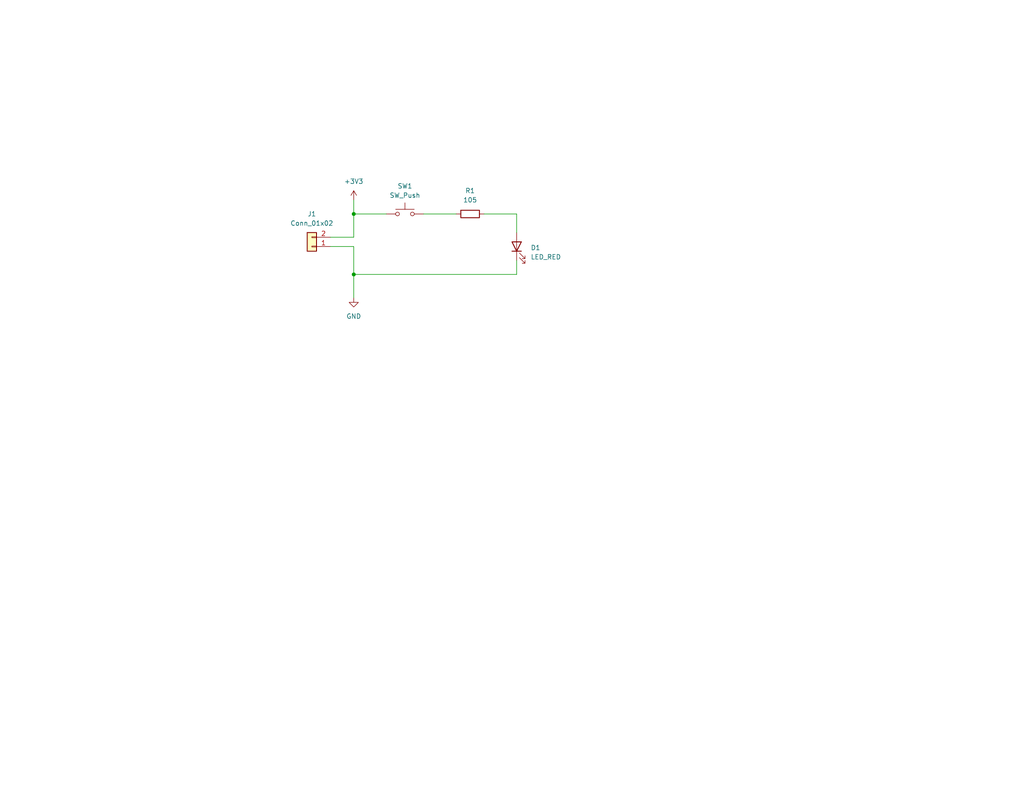
<source format=kicad_sch>
(kicad_sch (version 20230121) (generator eeschema)
  (paper "USLetter")
  (title_block (title "Prog1") (date "2022-08-16") (rev "0.0") (company "Illini Solar Car") (comment 1 "Designed By: Jack Chang"))
  (lib_symbols
    (symbol "Connector_Generic:Conn_01x02" (pin_names (offset 1.016) hide)
      (property "Reference" "J" (at 0 2.54 0))
      (property "Value" "Conn_01x02" (at 0 -5.08 0))
      (symbol "Conn_01x02_1_1"
        (rectangle (start -1.27 -2.413) (end 0 -2.667) (stroke (width 0.1524)))
        (rectangle (start -1.27 0.127) (end 0 -0.127) (stroke (width 0.1524)))
        (rectangle (start -1.27 1.27) (end 1.27 -3.81) (stroke (width 0.254)) (fill (type background)))
        (pin passive line (at -5.08 0 0) (length 3.81) (name "Pin_1") (number "1"))
        (pin passive line (at -5.08 -2.54 0) (length 3.81) (name "Pin_2") (number "2"))
      )
    )
    (symbol "Device:LED" (pin_numbers hide) (pin_names (offset 1.016) hide)
      (property "Reference" "D" (at 0 2.54 0))
      (property "Value" "LED" (at 0 -2.54 0))
      (symbol "LED_0_1"
        (polyline (pts (xy -1.27 -1.27) (xy -1.27 1.27)) (stroke (width 0.254)))
        (polyline (pts (xy -1.27 0) (xy 1.27 0)))
        (polyline (pts (xy 1.27 -1.27) (xy 1.27 1.27) (xy -1.27 0) (xy 1.27 -1.27)) (stroke (width 0.254)))
        (polyline (pts (xy -3.048 -0.762) (xy -4.572 -2.286) (xy -3.81 -2.286) (xy -4.572 -2.286) (xy -4.572 -1.524)))
        (polyline (pts (xy -1.778 -0.762) (xy -3.302 -2.286) (xy -2.54 -2.286) (xy -3.302 -2.286) (xy -3.302 -1.524)))
      )
      (symbol "LED_1_1"
        (pin passive line (at -3.81 0 0) (length 2.54) (name "K") (number "1"))
        (pin passive line (at 3.81 0 180) (length 2.54) (name "A") (number "2"))
      )
    )
    (symbol "Device:R" (pin_numbers hide) (pin_names (offset 0))
      (property "Reference" "R" (at 2.032 0 90))
      (property "Value" "R" (at 0 0 90))
      (symbol "R_0_1"
        (rectangle (start -1.016 -2.54) (end 1.016 2.54) (stroke (width 0.254)))
      )
      (symbol "R_1_1"
        (pin passive line (at 0 3.81 270) (length 1.27) (name "~") (number "1"))
        (pin passive line (at 0 -3.81 90) (length 1.27) (name "~") (number "2"))
      )
    )
    (symbol "Switch:SW_Push" (pin_numbers hide) (pin_names (offset 1.016) hide)
      (property "Reference" "SW" (at 1.27 2.54 0))
      (property "Value" "SW_Push" (at 0 -1.524 0))
      (symbol "SW_Push_0_1"
        (circle (center -2.032 0) (radius 0.508))
        (polyline (pts (xy 0 1.27) (xy 0 3.048)))
        (polyline (pts (xy 2.54 1.27) (xy -2.54 1.27)))
        (circle (center 2.032 0) (radius 0.508))
        (pin passive line (at -5.08 0 0) (length 2.54) (name "1") (number "1"))
        (pin passive line (at 5.08 0 180) (length 2.54) (name "2") (number "2"))
      )
    )
    (symbol "power:+3.3V" (power) (pin_names (offset 0))
      (property "Value" "+3.3V" (at 0 3.556 0))
      (symbol "+3.3V_0_1"
        (polyline (pts (xy -0.762 1.27) (xy 0 2.54)))
        (polyline (pts (xy 0 0) (xy 0 2.54)))
        (polyline (pts (xy 0 2.54) (xy 0.762 1.27)))
      )
      (symbol "+3.3V_1_1"
        (pin power_in line (at 0 0 90) (length 0) hide (name "+3V3") (number "1"))
      )
    )
    (symbol "power:GND" (power) (pin_names (offset 0))
      (property "Value" "GND" (at 0 -3.81 0))
      (symbol "GND_0_1"
        (polyline (pts (xy 0 0) (xy 0 -1.27) (xy 1.27 -1.27) (xy 0 -2.54) (xy -1.27 -1.27) (xy 0 -1.27)))
      )
      (symbol "GND_1_1"
        (pin power_in line (at 0 0 270) (length 0) hide (name "GND") (number "1"))
      )
    )
  )
  (junction (at 96.52 74.93))
  (junction (at 96.52 58.42))
  (wire (pts (xy 96.52 74.93) (xy 96.52 81.28)))
  (wire (pts (xy 140.97 58.42) (xy 140.97 63.5)))
  (wire (pts (xy 96.52 54.61) (xy 96.52 58.42)))
  (wire (pts (xy 132.08 58.42) (xy 140.97 58.42)))
  (wire (pts (xy 140.97 71.12) (xy 140.97 74.93)))
  (wire (pts (xy 96.52 74.93) (xy 140.97 74.93)))
  (wire (pts (xy 90.17 67.31) (xy 96.52 67.31)))
  (wire (pts (xy 115.57 58.42) (xy 124.46 58.42)))
  (wire (pts (xy 96.52 58.42) (xy 105.41 58.42)))
  (wire (pts (xy 96.52 67.31) (xy 96.52 74.93)))
  (wire (pts (xy 90.17 64.77) (xy 96.52 64.77)))
  (wire (pts (xy 96.52 58.42) (xy 96.52 64.77)))
  (symbol (lib_id "Connector_Generic:Conn_01x02") (at 85.09 67.31 180) (unit 1)
    (property "Reference" "J1" (at 85.09 58.42 0))
    (property "Value" "Conn_01x02" (at 85.09 60.96 0))
    (property "Footprint" "Connector_Molex:Molex_KK-254_AE-6410-02A_1x02_P2.54mm_Vertical" (effects hide))
    (property "Datasheet" "https://tools.molex.com/pdm_docs/sd/022272021_sd.pdf" (effects hide))
    (property "MPN" "022272021" (effects hide))
  )
  (symbol (lib_id "Device:LED") (at 140.97 67.31 90) (unit 1)
    (property "Reference" "D1" (at 144.78 67.6275 90) (effects (justify right)))
    (property "Value" "LED_RED" (at 144.78 70.1675 90) (effects (justify right)))
    (property "Footprint" "layout:LED_0603_Symbol_on_F.SilkS" (effects hide))
  )
  (symbol (lib_id "Switch:SW_Push") (at 110.49 58.42 0) (unit 1)
    (property "Reference" "SW1" (at 110.49 50.8 0))
    (property "Value" "SW_Push" (at 110.49 53.34 0))
    (property "Footprint" "Button_Switch_SMD:SW_DIP_SPSTx01_Slide_6.7x4.1mm_W8.61mm_P2.54mm_LowProfile" (effects hide))
    (property "Datasheet" "https://www.te.com/usa-en/product-1825910-6.datasheet.pdf" (effects hide))
    (property "MPN" "1825910-6" (effects hide))
  )
  (symbol (lib_id "power:+3.3V") (at 96.52 54.61 0) (unit 1)
    (property "Reference" "#PWR01" (effects hide))
    (property "Value" "+3.3V" (at 96.52 49.53 0))
  )
  (symbol (lib_id "power:GND") (at 96.52 81.28 0) (unit 1)
    (property "Reference" "#PWR02" (effects hide))
    (property "Value" "GND" (at 96.52 86.36 0))
  )
  (symbol (lib_id "Device:R") (at 128.27 58.42 90) (unit 1)
    (property "Reference" "R1" (at 128.27 52.07 90))
    (property "Value" "105" (at 128.27 54.61 90))
    (property "Footprint" "Resistor_SMD:R_0603_1608Metric_Pad0.98x0.95mm_HandSolder" (effects hide))
  )
)
</source>
